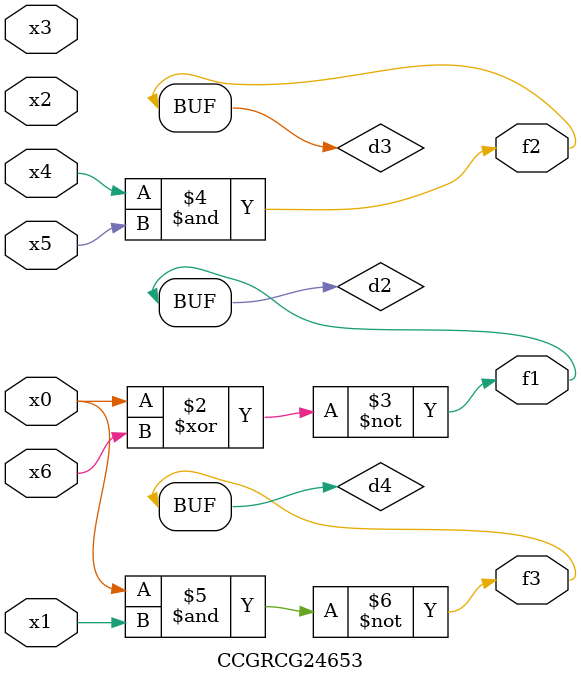
<source format=v>
module CCGRCG24653(
	input x0, x1, x2, x3, x4, x5, x6,
	output f1, f2, f3
);

	wire d1, d2, d3, d4;

	nor (d1, x0);
	xnor (d2, x0, x6);
	and (d3, x4, x5);
	nand (d4, x0, x1);
	assign f1 = d2;
	assign f2 = d3;
	assign f3 = d4;
endmodule

</source>
